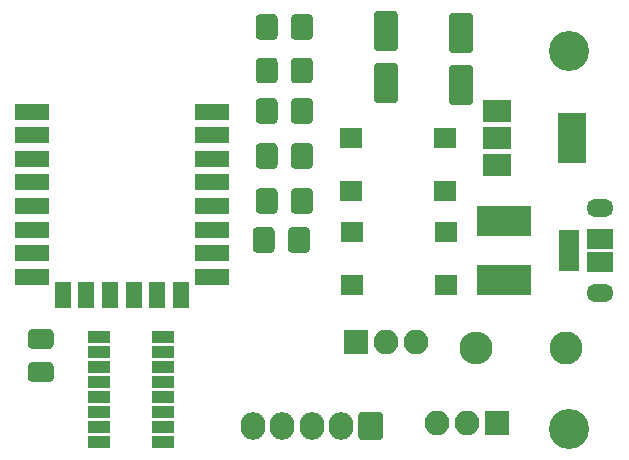
<source format=gbr>
G04 #@! TF.GenerationSoftware,KiCad,Pcbnew,5.1.2-f72e74a~84~ubuntu16.04.1*
G04 #@! TF.CreationDate,2019-06-09T21:55:35+02:00*
G04 #@! TF.ProjectId,CameraMotor,43616d65-7261-44d6-9f74-6f722e6b6963,rev?*
G04 #@! TF.SameCoordinates,Original*
G04 #@! TF.FileFunction,Soldermask,Top*
G04 #@! TF.FilePolarity,Negative*
%FSLAX46Y46*%
G04 Gerber Fmt 4.6, Leading zero omitted, Abs format (unit mm)*
G04 Created by KiCad (PCBNEW 5.1.2-f72e74a~84~ubuntu16.04.1) date 2019-06-09 21:55:35*
%MOMM*%
%LPD*%
G04 APERTURE LIST*
%ADD10R,1.900000X1.000000*%
%ADD11R,1.950000X1.700000*%
%ADD12O,2.100000X2.100000*%
%ADD13R,2.100000X2.100000*%
%ADD14C,3.400000*%
%ADD15R,2.900000X1.400000*%
%ADD16R,1.400000X2.200000*%
%ADD17C,0.100000*%
%ADD18C,2.100000*%
%ADD19O,2.100000X2.350000*%
%ADD20R,4.600000X2.600000*%
%ADD21O,2.300000X1.500000*%
%ADD22R,2.300000X1.800000*%
%ADD23R,1.780000X0.850000*%
%ADD24C,1.825000*%
%ADD25C,1.650000*%
%ADD26R,2.400000X4.200000*%
%ADD27R,2.400000X1.900000*%
%ADD28C,2.000000*%
%ADD29C,2.800000*%
%ADD30O,2.800000X2.800000*%
G04 APERTURE END LIST*
D10*
X137762000Y-121031000D03*
X137762000Y-122301000D03*
X137762000Y-123571000D03*
X137762000Y-124841000D03*
X137762000Y-126111000D03*
X137762000Y-127381000D03*
X137762000Y-128651000D03*
X137762000Y-129921000D03*
X143162000Y-129921000D03*
X143162000Y-128651000D03*
X143162000Y-127381000D03*
X143162000Y-126111000D03*
X143162000Y-124841000D03*
X143162000Y-123571000D03*
X143162000Y-122301000D03*
X143162000Y-121031000D03*
D11*
X167043000Y-108640000D03*
X167043000Y-104140000D03*
X159093000Y-104140000D03*
X159093000Y-108640000D03*
X159182000Y-116586000D03*
X159182000Y-112086000D03*
X167132000Y-112086000D03*
X167132000Y-116586000D03*
D12*
X166370000Y-128270000D03*
X168910000Y-128270000D03*
D13*
X171450000Y-128270000D03*
D14*
X177546000Y-128778000D03*
X177546000Y-96774000D03*
D15*
X132100000Y-101910000D03*
X132100000Y-103910000D03*
X132100000Y-105910000D03*
X132100000Y-107910000D03*
X132100000Y-109910000D03*
X132100000Y-111910000D03*
X132100000Y-113910000D03*
X132100000Y-115910000D03*
D16*
X134700000Y-117410000D03*
X136700000Y-117410000D03*
X138700000Y-117410000D03*
X140700000Y-117410000D03*
X142700000Y-117410000D03*
X144700000Y-117410000D03*
D15*
X147300000Y-115910000D03*
X147300000Y-113910000D03*
X147300000Y-111910000D03*
X147300000Y-109910000D03*
X147300000Y-107910000D03*
X147300000Y-105910000D03*
X147300000Y-103910000D03*
X147300000Y-101910000D03*
D17*
G36*
X161553447Y-127350487D02*
G01*
X161583425Y-127354934D01*
X161612824Y-127362298D01*
X161641358Y-127372508D01*
X161668755Y-127385465D01*
X161694750Y-127401046D01*
X161719092Y-127419100D01*
X161741548Y-127439452D01*
X161761900Y-127461908D01*
X161779954Y-127486250D01*
X161795535Y-127512245D01*
X161808492Y-127539642D01*
X161818702Y-127568176D01*
X161826066Y-127597575D01*
X161830513Y-127627553D01*
X161832000Y-127657823D01*
X161832000Y-129390177D01*
X161830513Y-129420447D01*
X161826066Y-129450425D01*
X161818702Y-129479824D01*
X161808492Y-129508358D01*
X161795535Y-129535755D01*
X161779954Y-129561750D01*
X161761900Y-129586092D01*
X161741548Y-129608548D01*
X161719092Y-129628900D01*
X161694750Y-129646954D01*
X161668755Y-129662535D01*
X161641358Y-129675492D01*
X161612824Y-129685702D01*
X161583425Y-129693066D01*
X161553447Y-129697513D01*
X161523177Y-129699000D01*
X160040823Y-129699000D01*
X160010553Y-129697513D01*
X159980575Y-129693066D01*
X159951176Y-129685702D01*
X159922642Y-129675492D01*
X159895245Y-129662535D01*
X159869250Y-129646954D01*
X159844908Y-129628900D01*
X159822452Y-129608548D01*
X159802100Y-129586092D01*
X159784046Y-129561750D01*
X159768465Y-129535755D01*
X159755508Y-129508358D01*
X159745298Y-129479824D01*
X159737934Y-129450425D01*
X159733487Y-129420447D01*
X159732000Y-129390177D01*
X159732000Y-127657823D01*
X159733487Y-127627553D01*
X159737934Y-127597575D01*
X159745298Y-127568176D01*
X159755508Y-127539642D01*
X159768465Y-127512245D01*
X159784046Y-127486250D01*
X159802100Y-127461908D01*
X159822452Y-127439452D01*
X159844908Y-127419100D01*
X159869250Y-127401046D01*
X159895245Y-127385465D01*
X159922642Y-127372508D01*
X159951176Y-127362298D01*
X159980575Y-127354934D01*
X160010553Y-127350487D01*
X160040823Y-127349000D01*
X161523177Y-127349000D01*
X161553447Y-127350487D01*
X161553447Y-127350487D01*
G37*
D18*
X160782000Y-128524000D03*
D19*
X158282000Y-128524000D03*
X155782000Y-128524000D03*
X153282000Y-128524000D03*
X150782000Y-128524000D03*
D20*
X172085000Y-111205000D03*
X172085000Y-116205000D03*
D21*
X180216000Y-117245000D03*
D22*
X180216000Y-112715000D03*
D21*
X180216000Y-110105000D03*
D23*
X177546000Y-112375000D03*
X177546000Y-113025000D03*
X177546000Y-113675000D03*
X177546000Y-114325000D03*
X177546000Y-114985000D03*
D22*
X180216000Y-114625000D03*
D13*
X159512000Y-121412000D03*
D12*
X162052000Y-121412000D03*
X164592000Y-121412000D03*
D17*
G36*
X152588707Y-108400542D02*
G01*
X152619787Y-108405152D01*
X152650266Y-108412787D01*
X152679850Y-108423372D01*
X152708254Y-108436806D01*
X152735204Y-108452959D01*
X152760442Y-108471677D01*
X152783723Y-108492777D01*
X152804823Y-108516058D01*
X152823541Y-108541296D01*
X152839694Y-108568246D01*
X152853128Y-108596650D01*
X152863713Y-108626234D01*
X152871348Y-108656713D01*
X152875958Y-108687793D01*
X152877500Y-108719176D01*
X152877500Y-110228824D01*
X152875958Y-110260207D01*
X152871348Y-110291287D01*
X152863713Y-110321766D01*
X152853128Y-110351350D01*
X152839694Y-110379754D01*
X152823541Y-110406704D01*
X152804823Y-110431942D01*
X152783723Y-110455223D01*
X152760442Y-110476323D01*
X152735204Y-110495041D01*
X152708254Y-110511194D01*
X152679850Y-110524628D01*
X152650266Y-110535213D01*
X152619787Y-110542848D01*
X152588707Y-110547458D01*
X152557324Y-110549000D01*
X151372676Y-110549000D01*
X151341293Y-110547458D01*
X151310213Y-110542848D01*
X151279734Y-110535213D01*
X151250150Y-110524628D01*
X151221746Y-110511194D01*
X151194796Y-110495041D01*
X151169558Y-110476323D01*
X151146277Y-110455223D01*
X151125177Y-110431942D01*
X151106459Y-110406704D01*
X151090306Y-110379754D01*
X151076872Y-110351350D01*
X151066287Y-110321766D01*
X151058652Y-110291287D01*
X151054042Y-110260207D01*
X151052500Y-110228824D01*
X151052500Y-108719176D01*
X151054042Y-108687793D01*
X151058652Y-108656713D01*
X151066287Y-108626234D01*
X151076872Y-108596650D01*
X151090306Y-108568246D01*
X151106459Y-108541296D01*
X151125177Y-108516058D01*
X151146277Y-108492777D01*
X151169558Y-108471677D01*
X151194796Y-108452959D01*
X151221746Y-108436806D01*
X151250150Y-108423372D01*
X151279734Y-108412787D01*
X151310213Y-108405152D01*
X151341293Y-108400542D01*
X151372676Y-108399000D01*
X152557324Y-108399000D01*
X152588707Y-108400542D01*
X152588707Y-108400542D01*
G37*
D24*
X151965000Y-109474000D03*
D17*
G36*
X155563707Y-108400542D02*
G01*
X155594787Y-108405152D01*
X155625266Y-108412787D01*
X155654850Y-108423372D01*
X155683254Y-108436806D01*
X155710204Y-108452959D01*
X155735442Y-108471677D01*
X155758723Y-108492777D01*
X155779823Y-108516058D01*
X155798541Y-108541296D01*
X155814694Y-108568246D01*
X155828128Y-108596650D01*
X155838713Y-108626234D01*
X155846348Y-108656713D01*
X155850958Y-108687793D01*
X155852500Y-108719176D01*
X155852500Y-110228824D01*
X155850958Y-110260207D01*
X155846348Y-110291287D01*
X155838713Y-110321766D01*
X155828128Y-110351350D01*
X155814694Y-110379754D01*
X155798541Y-110406704D01*
X155779823Y-110431942D01*
X155758723Y-110455223D01*
X155735442Y-110476323D01*
X155710204Y-110495041D01*
X155683254Y-110511194D01*
X155654850Y-110524628D01*
X155625266Y-110535213D01*
X155594787Y-110542848D01*
X155563707Y-110547458D01*
X155532324Y-110549000D01*
X154347676Y-110549000D01*
X154316293Y-110547458D01*
X154285213Y-110542848D01*
X154254734Y-110535213D01*
X154225150Y-110524628D01*
X154196746Y-110511194D01*
X154169796Y-110495041D01*
X154144558Y-110476323D01*
X154121277Y-110455223D01*
X154100177Y-110431942D01*
X154081459Y-110406704D01*
X154065306Y-110379754D01*
X154051872Y-110351350D01*
X154041287Y-110321766D01*
X154033652Y-110291287D01*
X154029042Y-110260207D01*
X154027500Y-110228824D01*
X154027500Y-108719176D01*
X154029042Y-108687793D01*
X154033652Y-108656713D01*
X154041287Y-108626234D01*
X154051872Y-108596650D01*
X154065306Y-108568246D01*
X154081459Y-108541296D01*
X154100177Y-108516058D01*
X154121277Y-108492777D01*
X154144558Y-108471677D01*
X154169796Y-108452959D01*
X154196746Y-108436806D01*
X154225150Y-108423372D01*
X154254734Y-108412787D01*
X154285213Y-108405152D01*
X154316293Y-108400542D01*
X154347676Y-108399000D01*
X155532324Y-108399000D01*
X155563707Y-108400542D01*
X155563707Y-108400542D01*
G37*
D24*
X154940000Y-109474000D03*
D17*
G36*
X155563707Y-104590542D02*
G01*
X155594787Y-104595152D01*
X155625266Y-104602787D01*
X155654850Y-104613372D01*
X155683254Y-104626806D01*
X155710204Y-104642959D01*
X155735442Y-104661677D01*
X155758723Y-104682777D01*
X155779823Y-104706058D01*
X155798541Y-104731296D01*
X155814694Y-104758246D01*
X155828128Y-104786650D01*
X155838713Y-104816234D01*
X155846348Y-104846713D01*
X155850958Y-104877793D01*
X155852500Y-104909176D01*
X155852500Y-106418824D01*
X155850958Y-106450207D01*
X155846348Y-106481287D01*
X155838713Y-106511766D01*
X155828128Y-106541350D01*
X155814694Y-106569754D01*
X155798541Y-106596704D01*
X155779823Y-106621942D01*
X155758723Y-106645223D01*
X155735442Y-106666323D01*
X155710204Y-106685041D01*
X155683254Y-106701194D01*
X155654850Y-106714628D01*
X155625266Y-106725213D01*
X155594787Y-106732848D01*
X155563707Y-106737458D01*
X155532324Y-106739000D01*
X154347676Y-106739000D01*
X154316293Y-106737458D01*
X154285213Y-106732848D01*
X154254734Y-106725213D01*
X154225150Y-106714628D01*
X154196746Y-106701194D01*
X154169796Y-106685041D01*
X154144558Y-106666323D01*
X154121277Y-106645223D01*
X154100177Y-106621942D01*
X154081459Y-106596704D01*
X154065306Y-106569754D01*
X154051872Y-106541350D01*
X154041287Y-106511766D01*
X154033652Y-106481287D01*
X154029042Y-106450207D01*
X154027500Y-106418824D01*
X154027500Y-104909176D01*
X154029042Y-104877793D01*
X154033652Y-104846713D01*
X154041287Y-104816234D01*
X154051872Y-104786650D01*
X154065306Y-104758246D01*
X154081459Y-104731296D01*
X154100177Y-104706058D01*
X154121277Y-104682777D01*
X154144558Y-104661677D01*
X154169796Y-104642959D01*
X154196746Y-104626806D01*
X154225150Y-104613372D01*
X154254734Y-104602787D01*
X154285213Y-104595152D01*
X154316293Y-104590542D01*
X154347676Y-104589000D01*
X155532324Y-104589000D01*
X155563707Y-104590542D01*
X155563707Y-104590542D01*
G37*
D24*
X154940000Y-105664000D03*
D17*
G36*
X152588707Y-104590542D02*
G01*
X152619787Y-104595152D01*
X152650266Y-104602787D01*
X152679850Y-104613372D01*
X152708254Y-104626806D01*
X152735204Y-104642959D01*
X152760442Y-104661677D01*
X152783723Y-104682777D01*
X152804823Y-104706058D01*
X152823541Y-104731296D01*
X152839694Y-104758246D01*
X152853128Y-104786650D01*
X152863713Y-104816234D01*
X152871348Y-104846713D01*
X152875958Y-104877793D01*
X152877500Y-104909176D01*
X152877500Y-106418824D01*
X152875958Y-106450207D01*
X152871348Y-106481287D01*
X152863713Y-106511766D01*
X152853128Y-106541350D01*
X152839694Y-106569754D01*
X152823541Y-106596704D01*
X152804823Y-106621942D01*
X152783723Y-106645223D01*
X152760442Y-106666323D01*
X152735204Y-106685041D01*
X152708254Y-106701194D01*
X152679850Y-106714628D01*
X152650266Y-106725213D01*
X152619787Y-106732848D01*
X152588707Y-106737458D01*
X152557324Y-106739000D01*
X151372676Y-106739000D01*
X151341293Y-106737458D01*
X151310213Y-106732848D01*
X151279734Y-106725213D01*
X151250150Y-106714628D01*
X151221746Y-106701194D01*
X151194796Y-106685041D01*
X151169558Y-106666323D01*
X151146277Y-106645223D01*
X151125177Y-106621942D01*
X151106459Y-106596704D01*
X151090306Y-106569754D01*
X151076872Y-106541350D01*
X151066287Y-106511766D01*
X151058652Y-106481287D01*
X151054042Y-106450207D01*
X151052500Y-106418824D01*
X151052500Y-104909176D01*
X151054042Y-104877793D01*
X151058652Y-104846713D01*
X151066287Y-104816234D01*
X151076872Y-104786650D01*
X151090306Y-104758246D01*
X151106459Y-104731296D01*
X151125177Y-104706058D01*
X151146277Y-104682777D01*
X151169558Y-104661677D01*
X151194796Y-104642959D01*
X151221746Y-104626806D01*
X151250150Y-104613372D01*
X151279734Y-104602787D01*
X151310213Y-104595152D01*
X151341293Y-104590542D01*
X151372676Y-104589000D01*
X152557324Y-104589000D01*
X152588707Y-104590542D01*
X152588707Y-104590542D01*
G37*
D24*
X151965000Y-105664000D03*
D17*
G36*
X152588707Y-100780542D02*
G01*
X152619787Y-100785152D01*
X152650266Y-100792787D01*
X152679850Y-100803372D01*
X152708254Y-100816806D01*
X152735204Y-100832959D01*
X152760442Y-100851677D01*
X152783723Y-100872777D01*
X152804823Y-100896058D01*
X152823541Y-100921296D01*
X152839694Y-100948246D01*
X152853128Y-100976650D01*
X152863713Y-101006234D01*
X152871348Y-101036713D01*
X152875958Y-101067793D01*
X152877500Y-101099176D01*
X152877500Y-102608824D01*
X152875958Y-102640207D01*
X152871348Y-102671287D01*
X152863713Y-102701766D01*
X152853128Y-102731350D01*
X152839694Y-102759754D01*
X152823541Y-102786704D01*
X152804823Y-102811942D01*
X152783723Y-102835223D01*
X152760442Y-102856323D01*
X152735204Y-102875041D01*
X152708254Y-102891194D01*
X152679850Y-102904628D01*
X152650266Y-102915213D01*
X152619787Y-102922848D01*
X152588707Y-102927458D01*
X152557324Y-102929000D01*
X151372676Y-102929000D01*
X151341293Y-102927458D01*
X151310213Y-102922848D01*
X151279734Y-102915213D01*
X151250150Y-102904628D01*
X151221746Y-102891194D01*
X151194796Y-102875041D01*
X151169558Y-102856323D01*
X151146277Y-102835223D01*
X151125177Y-102811942D01*
X151106459Y-102786704D01*
X151090306Y-102759754D01*
X151076872Y-102731350D01*
X151066287Y-102701766D01*
X151058652Y-102671287D01*
X151054042Y-102640207D01*
X151052500Y-102608824D01*
X151052500Y-101099176D01*
X151054042Y-101067793D01*
X151058652Y-101036713D01*
X151066287Y-101006234D01*
X151076872Y-100976650D01*
X151090306Y-100948246D01*
X151106459Y-100921296D01*
X151125177Y-100896058D01*
X151146277Y-100872777D01*
X151169558Y-100851677D01*
X151194796Y-100832959D01*
X151221746Y-100816806D01*
X151250150Y-100803372D01*
X151279734Y-100792787D01*
X151310213Y-100785152D01*
X151341293Y-100780542D01*
X151372676Y-100779000D01*
X152557324Y-100779000D01*
X152588707Y-100780542D01*
X152588707Y-100780542D01*
G37*
D24*
X151965000Y-101854000D03*
D17*
G36*
X155563707Y-100780542D02*
G01*
X155594787Y-100785152D01*
X155625266Y-100792787D01*
X155654850Y-100803372D01*
X155683254Y-100816806D01*
X155710204Y-100832959D01*
X155735442Y-100851677D01*
X155758723Y-100872777D01*
X155779823Y-100896058D01*
X155798541Y-100921296D01*
X155814694Y-100948246D01*
X155828128Y-100976650D01*
X155838713Y-101006234D01*
X155846348Y-101036713D01*
X155850958Y-101067793D01*
X155852500Y-101099176D01*
X155852500Y-102608824D01*
X155850958Y-102640207D01*
X155846348Y-102671287D01*
X155838713Y-102701766D01*
X155828128Y-102731350D01*
X155814694Y-102759754D01*
X155798541Y-102786704D01*
X155779823Y-102811942D01*
X155758723Y-102835223D01*
X155735442Y-102856323D01*
X155710204Y-102875041D01*
X155683254Y-102891194D01*
X155654850Y-102904628D01*
X155625266Y-102915213D01*
X155594787Y-102922848D01*
X155563707Y-102927458D01*
X155532324Y-102929000D01*
X154347676Y-102929000D01*
X154316293Y-102927458D01*
X154285213Y-102922848D01*
X154254734Y-102915213D01*
X154225150Y-102904628D01*
X154196746Y-102891194D01*
X154169796Y-102875041D01*
X154144558Y-102856323D01*
X154121277Y-102835223D01*
X154100177Y-102811942D01*
X154081459Y-102786704D01*
X154065306Y-102759754D01*
X154051872Y-102731350D01*
X154041287Y-102701766D01*
X154033652Y-102671287D01*
X154029042Y-102640207D01*
X154027500Y-102608824D01*
X154027500Y-101099176D01*
X154029042Y-101067793D01*
X154033652Y-101036713D01*
X154041287Y-101006234D01*
X154051872Y-100976650D01*
X154065306Y-100948246D01*
X154081459Y-100921296D01*
X154100177Y-100896058D01*
X154121277Y-100872777D01*
X154144558Y-100851677D01*
X154169796Y-100832959D01*
X154196746Y-100816806D01*
X154225150Y-100803372D01*
X154254734Y-100792787D01*
X154285213Y-100785152D01*
X154316293Y-100780542D01*
X154347676Y-100779000D01*
X155532324Y-100779000D01*
X155563707Y-100780542D01*
X155563707Y-100780542D01*
G37*
D24*
X154940000Y-101854000D03*
D17*
G36*
X155563707Y-93668542D02*
G01*
X155594787Y-93673152D01*
X155625266Y-93680787D01*
X155654850Y-93691372D01*
X155683254Y-93704806D01*
X155710204Y-93720959D01*
X155735442Y-93739677D01*
X155758723Y-93760777D01*
X155779823Y-93784058D01*
X155798541Y-93809296D01*
X155814694Y-93836246D01*
X155828128Y-93864650D01*
X155838713Y-93894234D01*
X155846348Y-93924713D01*
X155850958Y-93955793D01*
X155852500Y-93987176D01*
X155852500Y-95496824D01*
X155850958Y-95528207D01*
X155846348Y-95559287D01*
X155838713Y-95589766D01*
X155828128Y-95619350D01*
X155814694Y-95647754D01*
X155798541Y-95674704D01*
X155779823Y-95699942D01*
X155758723Y-95723223D01*
X155735442Y-95744323D01*
X155710204Y-95763041D01*
X155683254Y-95779194D01*
X155654850Y-95792628D01*
X155625266Y-95803213D01*
X155594787Y-95810848D01*
X155563707Y-95815458D01*
X155532324Y-95817000D01*
X154347676Y-95817000D01*
X154316293Y-95815458D01*
X154285213Y-95810848D01*
X154254734Y-95803213D01*
X154225150Y-95792628D01*
X154196746Y-95779194D01*
X154169796Y-95763041D01*
X154144558Y-95744323D01*
X154121277Y-95723223D01*
X154100177Y-95699942D01*
X154081459Y-95674704D01*
X154065306Y-95647754D01*
X154051872Y-95619350D01*
X154041287Y-95589766D01*
X154033652Y-95559287D01*
X154029042Y-95528207D01*
X154027500Y-95496824D01*
X154027500Y-93987176D01*
X154029042Y-93955793D01*
X154033652Y-93924713D01*
X154041287Y-93894234D01*
X154051872Y-93864650D01*
X154065306Y-93836246D01*
X154081459Y-93809296D01*
X154100177Y-93784058D01*
X154121277Y-93760777D01*
X154144558Y-93739677D01*
X154169796Y-93720959D01*
X154196746Y-93704806D01*
X154225150Y-93691372D01*
X154254734Y-93680787D01*
X154285213Y-93673152D01*
X154316293Y-93668542D01*
X154347676Y-93667000D01*
X155532324Y-93667000D01*
X155563707Y-93668542D01*
X155563707Y-93668542D01*
G37*
D24*
X154940000Y-94742000D03*
D17*
G36*
X152588707Y-93668542D02*
G01*
X152619787Y-93673152D01*
X152650266Y-93680787D01*
X152679850Y-93691372D01*
X152708254Y-93704806D01*
X152735204Y-93720959D01*
X152760442Y-93739677D01*
X152783723Y-93760777D01*
X152804823Y-93784058D01*
X152823541Y-93809296D01*
X152839694Y-93836246D01*
X152853128Y-93864650D01*
X152863713Y-93894234D01*
X152871348Y-93924713D01*
X152875958Y-93955793D01*
X152877500Y-93987176D01*
X152877500Y-95496824D01*
X152875958Y-95528207D01*
X152871348Y-95559287D01*
X152863713Y-95589766D01*
X152853128Y-95619350D01*
X152839694Y-95647754D01*
X152823541Y-95674704D01*
X152804823Y-95699942D01*
X152783723Y-95723223D01*
X152760442Y-95744323D01*
X152735204Y-95763041D01*
X152708254Y-95779194D01*
X152679850Y-95792628D01*
X152650266Y-95803213D01*
X152619787Y-95810848D01*
X152588707Y-95815458D01*
X152557324Y-95817000D01*
X151372676Y-95817000D01*
X151341293Y-95815458D01*
X151310213Y-95810848D01*
X151279734Y-95803213D01*
X151250150Y-95792628D01*
X151221746Y-95779194D01*
X151194796Y-95763041D01*
X151169558Y-95744323D01*
X151146277Y-95723223D01*
X151125177Y-95699942D01*
X151106459Y-95674704D01*
X151090306Y-95647754D01*
X151076872Y-95619350D01*
X151066287Y-95589766D01*
X151058652Y-95559287D01*
X151054042Y-95528207D01*
X151052500Y-95496824D01*
X151052500Y-93987176D01*
X151054042Y-93955793D01*
X151058652Y-93924713D01*
X151066287Y-93894234D01*
X151076872Y-93864650D01*
X151090306Y-93836246D01*
X151106459Y-93809296D01*
X151125177Y-93784058D01*
X151146277Y-93760777D01*
X151169558Y-93739677D01*
X151194796Y-93720959D01*
X151221746Y-93704806D01*
X151250150Y-93691372D01*
X151279734Y-93680787D01*
X151310213Y-93673152D01*
X151341293Y-93668542D01*
X151372676Y-93667000D01*
X152557324Y-93667000D01*
X152588707Y-93668542D01*
X152588707Y-93668542D01*
G37*
D24*
X151965000Y-94742000D03*
D17*
G36*
X152588707Y-97351542D02*
G01*
X152619787Y-97356152D01*
X152650266Y-97363787D01*
X152679850Y-97374372D01*
X152708254Y-97387806D01*
X152735204Y-97403959D01*
X152760442Y-97422677D01*
X152783723Y-97443777D01*
X152804823Y-97467058D01*
X152823541Y-97492296D01*
X152839694Y-97519246D01*
X152853128Y-97547650D01*
X152863713Y-97577234D01*
X152871348Y-97607713D01*
X152875958Y-97638793D01*
X152877500Y-97670176D01*
X152877500Y-99179824D01*
X152875958Y-99211207D01*
X152871348Y-99242287D01*
X152863713Y-99272766D01*
X152853128Y-99302350D01*
X152839694Y-99330754D01*
X152823541Y-99357704D01*
X152804823Y-99382942D01*
X152783723Y-99406223D01*
X152760442Y-99427323D01*
X152735204Y-99446041D01*
X152708254Y-99462194D01*
X152679850Y-99475628D01*
X152650266Y-99486213D01*
X152619787Y-99493848D01*
X152588707Y-99498458D01*
X152557324Y-99500000D01*
X151372676Y-99500000D01*
X151341293Y-99498458D01*
X151310213Y-99493848D01*
X151279734Y-99486213D01*
X151250150Y-99475628D01*
X151221746Y-99462194D01*
X151194796Y-99446041D01*
X151169558Y-99427323D01*
X151146277Y-99406223D01*
X151125177Y-99382942D01*
X151106459Y-99357704D01*
X151090306Y-99330754D01*
X151076872Y-99302350D01*
X151066287Y-99272766D01*
X151058652Y-99242287D01*
X151054042Y-99211207D01*
X151052500Y-99179824D01*
X151052500Y-97670176D01*
X151054042Y-97638793D01*
X151058652Y-97607713D01*
X151066287Y-97577234D01*
X151076872Y-97547650D01*
X151090306Y-97519246D01*
X151106459Y-97492296D01*
X151125177Y-97467058D01*
X151146277Y-97443777D01*
X151169558Y-97422677D01*
X151194796Y-97403959D01*
X151221746Y-97387806D01*
X151250150Y-97374372D01*
X151279734Y-97363787D01*
X151310213Y-97356152D01*
X151341293Y-97351542D01*
X151372676Y-97350000D01*
X152557324Y-97350000D01*
X152588707Y-97351542D01*
X152588707Y-97351542D01*
G37*
D24*
X151965000Y-98425000D03*
D17*
G36*
X155563707Y-97351542D02*
G01*
X155594787Y-97356152D01*
X155625266Y-97363787D01*
X155654850Y-97374372D01*
X155683254Y-97387806D01*
X155710204Y-97403959D01*
X155735442Y-97422677D01*
X155758723Y-97443777D01*
X155779823Y-97467058D01*
X155798541Y-97492296D01*
X155814694Y-97519246D01*
X155828128Y-97547650D01*
X155838713Y-97577234D01*
X155846348Y-97607713D01*
X155850958Y-97638793D01*
X155852500Y-97670176D01*
X155852500Y-99179824D01*
X155850958Y-99211207D01*
X155846348Y-99242287D01*
X155838713Y-99272766D01*
X155828128Y-99302350D01*
X155814694Y-99330754D01*
X155798541Y-99357704D01*
X155779823Y-99382942D01*
X155758723Y-99406223D01*
X155735442Y-99427323D01*
X155710204Y-99446041D01*
X155683254Y-99462194D01*
X155654850Y-99475628D01*
X155625266Y-99486213D01*
X155594787Y-99493848D01*
X155563707Y-99498458D01*
X155532324Y-99500000D01*
X154347676Y-99500000D01*
X154316293Y-99498458D01*
X154285213Y-99493848D01*
X154254734Y-99486213D01*
X154225150Y-99475628D01*
X154196746Y-99462194D01*
X154169796Y-99446041D01*
X154144558Y-99427323D01*
X154121277Y-99406223D01*
X154100177Y-99382942D01*
X154081459Y-99357704D01*
X154065306Y-99330754D01*
X154051872Y-99302350D01*
X154041287Y-99272766D01*
X154033652Y-99242287D01*
X154029042Y-99211207D01*
X154027500Y-99179824D01*
X154027500Y-97670176D01*
X154029042Y-97638793D01*
X154033652Y-97607713D01*
X154041287Y-97577234D01*
X154051872Y-97547650D01*
X154065306Y-97519246D01*
X154081459Y-97492296D01*
X154100177Y-97467058D01*
X154121277Y-97443777D01*
X154144558Y-97422677D01*
X154169796Y-97403959D01*
X154196746Y-97387806D01*
X154225150Y-97374372D01*
X154254734Y-97363787D01*
X154285213Y-97356152D01*
X154316293Y-97351542D01*
X154347676Y-97350000D01*
X155532324Y-97350000D01*
X155563707Y-97351542D01*
X155563707Y-97351542D01*
G37*
D24*
X154940000Y-98425000D03*
D17*
G36*
X152334707Y-111702542D02*
G01*
X152365787Y-111707152D01*
X152396266Y-111714787D01*
X152425850Y-111725372D01*
X152454254Y-111738806D01*
X152481204Y-111754959D01*
X152506442Y-111773677D01*
X152529723Y-111794777D01*
X152550823Y-111818058D01*
X152569541Y-111843296D01*
X152585694Y-111870246D01*
X152599128Y-111898650D01*
X152609713Y-111928234D01*
X152617348Y-111958713D01*
X152621958Y-111989793D01*
X152623500Y-112021176D01*
X152623500Y-113530824D01*
X152621958Y-113562207D01*
X152617348Y-113593287D01*
X152609713Y-113623766D01*
X152599128Y-113653350D01*
X152585694Y-113681754D01*
X152569541Y-113708704D01*
X152550823Y-113733942D01*
X152529723Y-113757223D01*
X152506442Y-113778323D01*
X152481204Y-113797041D01*
X152454254Y-113813194D01*
X152425850Y-113826628D01*
X152396266Y-113837213D01*
X152365787Y-113844848D01*
X152334707Y-113849458D01*
X152303324Y-113851000D01*
X151118676Y-113851000D01*
X151087293Y-113849458D01*
X151056213Y-113844848D01*
X151025734Y-113837213D01*
X150996150Y-113826628D01*
X150967746Y-113813194D01*
X150940796Y-113797041D01*
X150915558Y-113778323D01*
X150892277Y-113757223D01*
X150871177Y-113733942D01*
X150852459Y-113708704D01*
X150836306Y-113681754D01*
X150822872Y-113653350D01*
X150812287Y-113623766D01*
X150804652Y-113593287D01*
X150800042Y-113562207D01*
X150798500Y-113530824D01*
X150798500Y-112021176D01*
X150800042Y-111989793D01*
X150804652Y-111958713D01*
X150812287Y-111928234D01*
X150822872Y-111898650D01*
X150836306Y-111870246D01*
X150852459Y-111843296D01*
X150871177Y-111818058D01*
X150892277Y-111794777D01*
X150915558Y-111773677D01*
X150940796Y-111754959D01*
X150967746Y-111738806D01*
X150996150Y-111725372D01*
X151025734Y-111714787D01*
X151056213Y-111707152D01*
X151087293Y-111702542D01*
X151118676Y-111701000D01*
X152303324Y-111701000D01*
X152334707Y-111702542D01*
X152334707Y-111702542D01*
G37*
D24*
X151711000Y-112776000D03*
D17*
G36*
X155309707Y-111702542D02*
G01*
X155340787Y-111707152D01*
X155371266Y-111714787D01*
X155400850Y-111725372D01*
X155429254Y-111738806D01*
X155456204Y-111754959D01*
X155481442Y-111773677D01*
X155504723Y-111794777D01*
X155525823Y-111818058D01*
X155544541Y-111843296D01*
X155560694Y-111870246D01*
X155574128Y-111898650D01*
X155584713Y-111928234D01*
X155592348Y-111958713D01*
X155596958Y-111989793D01*
X155598500Y-112021176D01*
X155598500Y-113530824D01*
X155596958Y-113562207D01*
X155592348Y-113593287D01*
X155584713Y-113623766D01*
X155574128Y-113653350D01*
X155560694Y-113681754D01*
X155544541Y-113708704D01*
X155525823Y-113733942D01*
X155504723Y-113757223D01*
X155481442Y-113778323D01*
X155456204Y-113797041D01*
X155429254Y-113813194D01*
X155400850Y-113826628D01*
X155371266Y-113837213D01*
X155340787Y-113844848D01*
X155309707Y-113849458D01*
X155278324Y-113851000D01*
X154093676Y-113851000D01*
X154062293Y-113849458D01*
X154031213Y-113844848D01*
X154000734Y-113837213D01*
X153971150Y-113826628D01*
X153942746Y-113813194D01*
X153915796Y-113797041D01*
X153890558Y-113778323D01*
X153867277Y-113757223D01*
X153846177Y-113733942D01*
X153827459Y-113708704D01*
X153811306Y-113681754D01*
X153797872Y-113653350D01*
X153787287Y-113623766D01*
X153779652Y-113593287D01*
X153775042Y-113562207D01*
X153773500Y-113530824D01*
X153773500Y-112021176D01*
X153775042Y-111989793D01*
X153779652Y-111958713D01*
X153787287Y-111928234D01*
X153797872Y-111898650D01*
X153811306Y-111870246D01*
X153827459Y-111843296D01*
X153846177Y-111818058D01*
X153867277Y-111794777D01*
X153890558Y-111773677D01*
X153915796Y-111754959D01*
X153942746Y-111738806D01*
X153971150Y-111725372D01*
X154000734Y-111714787D01*
X154031213Y-111707152D01*
X154062293Y-111702542D01*
X154093676Y-111701000D01*
X155278324Y-111701000D01*
X155309707Y-111702542D01*
X155309707Y-111702542D01*
G37*
D24*
X154686000Y-112776000D03*
D17*
G36*
X133619346Y-120328589D02*
G01*
X133651380Y-120333341D01*
X133682794Y-120341210D01*
X133713286Y-120352120D01*
X133742561Y-120365966D01*
X133770338Y-120382615D01*
X133796350Y-120401907D01*
X133820345Y-120423655D01*
X133842093Y-120447650D01*
X133861385Y-120473662D01*
X133878034Y-120501439D01*
X133891880Y-120530714D01*
X133902790Y-120561206D01*
X133910659Y-120592620D01*
X133915411Y-120624654D01*
X133917000Y-120657000D01*
X133917000Y-121647000D01*
X133915411Y-121679346D01*
X133910659Y-121711380D01*
X133902790Y-121742794D01*
X133891880Y-121773286D01*
X133878034Y-121802561D01*
X133861385Y-121830338D01*
X133842093Y-121856350D01*
X133820345Y-121880345D01*
X133796350Y-121902093D01*
X133770338Y-121921385D01*
X133742561Y-121938034D01*
X133713286Y-121951880D01*
X133682794Y-121962790D01*
X133651380Y-121970659D01*
X133619346Y-121975411D01*
X133587000Y-121977000D01*
X132097000Y-121977000D01*
X132064654Y-121975411D01*
X132032620Y-121970659D01*
X132001206Y-121962790D01*
X131970714Y-121951880D01*
X131941439Y-121938034D01*
X131913662Y-121921385D01*
X131887650Y-121902093D01*
X131863655Y-121880345D01*
X131841907Y-121856350D01*
X131822615Y-121830338D01*
X131805966Y-121802561D01*
X131792120Y-121773286D01*
X131781210Y-121742794D01*
X131773341Y-121711380D01*
X131768589Y-121679346D01*
X131767000Y-121647000D01*
X131767000Y-120657000D01*
X131768589Y-120624654D01*
X131773341Y-120592620D01*
X131781210Y-120561206D01*
X131792120Y-120530714D01*
X131805966Y-120501439D01*
X131822615Y-120473662D01*
X131841907Y-120447650D01*
X131863655Y-120423655D01*
X131887650Y-120401907D01*
X131913662Y-120382615D01*
X131941439Y-120365966D01*
X131970714Y-120352120D01*
X132001206Y-120341210D01*
X132032620Y-120333341D01*
X132064654Y-120328589D01*
X132097000Y-120327000D01*
X133587000Y-120327000D01*
X133619346Y-120328589D01*
X133619346Y-120328589D01*
G37*
D25*
X132842000Y-121152000D03*
D17*
G36*
X133619346Y-123128589D02*
G01*
X133651380Y-123133341D01*
X133682794Y-123141210D01*
X133713286Y-123152120D01*
X133742561Y-123165966D01*
X133770338Y-123182615D01*
X133796350Y-123201907D01*
X133820345Y-123223655D01*
X133842093Y-123247650D01*
X133861385Y-123273662D01*
X133878034Y-123301439D01*
X133891880Y-123330714D01*
X133902790Y-123361206D01*
X133910659Y-123392620D01*
X133915411Y-123424654D01*
X133917000Y-123457000D01*
X133917000Y-124447000D01*
X133915411Y-124479346D01*
X133910659Y-124511380D01*
X133902790Y-124542794D01*
X133891880Y-124573286D01*
X133878034Y-124602561D01*
X133861385Y-124630338D01*
X133842093Y-124656350D01*
X133820345Y-124680345D01*
X133796350Y-124702093D01*
X133770338Y-124721385D01*
X133742561Y-124738034D01*
X133713286Y-124751880D01*
X133682794Y-124762790D01*
X133651380Y-124770659D01*
X133619346Y-124775411D01*
X133587000Y-124777000D01*
X132097000Y-124777000D01*
X132064654Y-124775411D01*
X132032620Y-124770659D01*
X132001206Y-124762790D01*
X131970714Y-124751880D01*
X131941439Y-124738034D01*
X131913662Y-124721385D01*
X131887650Y-124702093D01*
X131863655Y-124680345D01*
X131841907Y-124656350D01*
X131822615Y-124630338D01*
X131805966Y-124602561D01*
X131792120Y-124573286D01*
X131781210Y-124542794D01*
X131773341Y-124511380D01*
X131768589Y-124479346D01*
X131767000Y-124447000D01*
X131767000Y-123457000D01*
X131768589Y-123424654D01*
X131773341Y-123392620D01*
X131781210Y-123361206D01*
X131792120Y-123330714D01*
X131805966Y-123301439D01*
X131822615Y-123273662D01*
X131841907Y-123247650D01*
X131863655Y-123223655D01*
X131887650Y-123201907D01*
X131913662Y-123182615D01*
X131941439Y-123165966D01*
X131970714Y-123152120D01*
X132001206Y-123141210D01*
X132032620Y-123133341D01*
X132064654Y-123128589D01*
X132097000Y-123127000D01*
X133587000Y-123127000D01*
X133619346Y-123128589D01*
X133619346Y-123128589D01*
G37*
D25*
X132842000Y-123952000D03*
D26*
X177800000Y-104140000D03*
D27*
X171500000Y-104140000D03*
X171500000Y-106440000D03*
X171500000Y-101840000D03*
D17*
G36*
X162770130Y-93383505D02*
G01*
X162800466Y-93388005D01*
X162830214Y-93395456D01*
X162859089Y-93405788D01*
X162886811Y-93418900D01*
X162913116Y-93434666D01*
X162937748Y-93452934D01*
X162960471Y-93473529D01*
X162981066Y-93496252D01*
X162999334Y-93520884D01*
X163015100Y-93547189D01*
X163028212Y-93574911D01*
X163038544Y-93603786D01*
X163045995Y-93633534D01*
X163050495Y-93663870D01*
X163052000Y-93694500D01*
X163052000Y-96469500D01*
X163050495Y-96500130D01*
X163045995Y-96530466D01*
X163038544Y-96560214D01*
X163028212Y-96589089D01*
X163015100Y-96616811D01*
X162999334Y-96643116D01*
X162981066Y-96667748D01*
X162960471Y-96690471D01*
X162937748Y-96711066D01*
X162913116Y-96729334D01*
X162886811Y-96745100D01*
X162859089Y-96758212D01*
X162830214Y-96768544D01*
X162800466Y-96775995D01*
X162770130Y-96780495D01*
X162739500Y-96782000D01*
X161364500Y-96782000D01*
X161333870Y-96780495D01*
X161303534Y-96775995D01*
X161273786Y-96768544D01*
X161244911Y-96758212D01*
X161217189Y-96745100D01*
X161190884Y-96729334D01*
X161166252Y-96711066D01*
X161143529Y-96690471D01*
X161122934Y-96667748D01*
X161104666Y-96643116D01*
X161088900Y-96616811D01*
X161075788Y-96589089D01*
X161065456Y-96560214D01*
X161058005Y-96530466D01*
X161053505Y-96500130D01*
X161052000Y-96469500D01*
X161052000Y-93694500D01*
X161053505Y-93663870D01*
X161058005Y-93633534D01*
X161065456Y-93603786D01*
X161075788Y-93574911D01*
X161088900Y-93547189D01*
X161104666Y-93520884D01*
X161122934Y-93496252D01*
X161143529Y-93473529D01*
X161166252Y-93452934D01*
X161190884Y-93434666D01*
X161217189Y-93418900D01*
X161244911Y-93405788D01*
X161273786Y-93395456D01*
X161303534Y-93388005D01*
X161333870Y-93383505D01*
X161364500Y-93382000D01*
X162739500Y-93382000D01*
X162770130Y-93383505D01*
X162770130Y-93383505D01*
G37*
D28*
X162052000Y-95082000D03*
D17*
G36*
X162770130Y-97783505D02*
G01*
X162800466Y-97788005D01*
X162830214Y-97795456D01*
X162859089Y-97805788D01*
X162886811Y-97818900D01*
X162913116Y-97834666D01*
X162937748Y-97852934D01*
X162960471Y-97873529D01*
X162981066Y-97896252D01*
X162999334Y-97920884D01*
X163015100Y-97947189D01*
X163028212Y-97974911D01*
X163038544Y-98003786D01*
X163045995Y-98033534D01*
X163050495Y-98063870D01*
X163052000Y-98094500D01*
X163052000Y-100869500D01*
X163050495Y-100900130D01*
X163045995Y-100930466D01*
X163038544Y-100960214D01*
X163028212Y-100989089D01*
X163015100Y-101016811D01*
X162999334Y-101043116D01*
X162981066Y-101067748D01*
X162960471Y-101090471D01*
X162937748Y-101111066D01*
X162913116Y-101129334D01*
X162886811Y-101145100D01*
X162859089Y-101158212D01*
X162830214Y-101168544D01*
X162800466Y-101175995D01*
X162770130Y-101180495D01*
X162739500Y-101182000D01*
X161364500Y-101182000D01*
X161333870Y-101180495D01*
X161303534Y-101175995D01*
X161273786Y-101168544D01*
X161244911Y-101158212D01*
X161217189Y-101145100D01*
X161190884Y-101129334D01*
X161166252Y-101111066D01*
X161143529Y-101090471D01*
X161122934Y-101067748D01*
X161104666Y-101043116D01*
X161088900Y-101016811D01*
X161075788Y-100989089D01*
X161065456Y-100960214D01*
X161058005Y-100930466D01*
X161053505Y-100900130D01*
X161052000Y-100869500D01*
X161052000Y-98094500D01*
X161053505Y-98063870D01*
X161058005Y-98033534D01*
X161065456Y-98003786D01*
X161075788Y-97974911D01*
X161088900Y-97947189D01*
X161104666Y-97920884D01*
X161122934Y-97896252D01*
X161143529Y-97873529D01*
X161166252Y-97852934D01*
X161190884Y-97834666D01*
X161217189Y-97818900D01*
X161244911Y-97805788D01*
X161273786Y-97795456D01*
X161303534Y-97788005D01*
X161333870Y-97783505D01*
X161364500Y-97782000D01*
X162739500Y-97782000D01*
X162770130Y-97783505D01*
X162770130Y-97783505D01*
G37*
D28*
X162052000Y-99482000D03*
D17*
G36*
X169120130Y-97951505D02*
G01*
X169150466Y-97956005D01*
X169180214Y-97963456D01*
X169209089Y-97973788D01*
X169236811Y-97986900D01*
X169263116Y-98002666D01*
X169287748Y-98020934D01*
X169310471Y-98041529D01*
X169331066Y-98064252D01*
X169349334Y-98088884D01*
X169365100Y-98115189D01*
X169378212Y-98142911D01*
X169388544Y-98171786D01*
X169395995Y-98201534D01*
X169400495Y-98231870D01*
X169402000Y-98262500D01*
X169402000Y-101037500D01*
X169400495Y-101068130D01*
X169395995Y-101098466D01*
X169388544Y-101128214D01*
X169378212Y-101157089D01*
X169365100Y-101184811D01*
X169349334Y-101211116D01*
X169331066Y-101235748D01*
X169310471Y-101258471D01*
X169287748Y-101279066D01*
X169263116Y-101297334D01*
X169236811Y-101313100D01*
X169209089Y-101326212D01*
X169180214Y-101336544D01*
X169150466Y-101343995D01*
X169120130Y-101348495D01*
X169089500Y-101350000D01*
X167714500Y-101350000D01*
X167683870Y-101348495D01*
X167653534Y-101343995D01*
X167623786Y-101336544D01*
X167594911Y-101326212D01*
X167567189Y-101313100D01*
X167540884Y-101297334D01*
X167516252Y-101279066D01*
X167493529Y-101258471D01*
X167472934Y-101235748D01*
X167454666Y-101211116D01*
X167438900Y-101184811D01*
X167425788Y-101157089D01*
X167415456Y-101128214D01*
X167408005Y-101098466D01*
X167403505Y-101068130D01*
X167402000Y-101037500D01*
X167402000Y-98262500D01*
X167403505Y-98231870D01*
X167408005Y-98201534D01*
X167415456Y-98171786D01*
X167425788Y-98142911D01*
X167438900Y-98115189D01*
X167454666Y-98088884D01*
X167472934Y-98064252D01*
X167493529Y-98041529D01*
X167516252Y-98020934D01*
X167540884Y-98002666D01*
X167567189Y-97986900D01*
X167594911Y-97973788D01*
X167623786Y-97963456D01*
X167653534Y-97956005D01*
X167683870Y-97951505D01*
X167714500Y-97950000D01*
X169089500Y-97950000D01*
X169120130Y-97951505D01*
X169120130Y-97951505D01*
G37*
D28*
X168402000Y-99650000D03*
D17*
G36*
X169120130Y-93551505D02*
G01*
X169150466Y-93556005D01*
X169180214Y-93563456D01*
X169209089Y-93573788D01*
X169236811Y-93586900D01*
X169263116Y-93602666D01*
X169287748Y-93620934D01*
X169310471Y-93641529D01*
X169331066Y-93664252D01*
X169349334Y-93688884D01*
X169365100Y-93715189D01*
X169378212Y-93742911D01*
X169388544Y-93771786D01*
X169395995Y-93801534D01*
X169400495Y-93831870D01*
X169402000Y-93862500D01*
X169402000Y-96637500D01*
X169400495Y-96668130D01*
X169395995Y-96698466D01*
X169388544Y-96728214D01*
X169378212Y-96757089D01*
X169365100Y-96784811D01*
X169349334Y-96811116D01*
X169331066Y-96835748D01*
X169310471Y-96858471D01*
X169287748Y-96879066D01*
X169263116Y-96897334D01*
X169236811Y-96913100D01*
X169209089Y-96926212D01*
X169180214Y-96936544D01*
X169150466Y-96943995D01*
X169120130Y-96948495D01*
X169089500Y-96950000D01*
X167714500Y-96950000D01*
X167683870Y-96948495D01*
X167653534Y-96943995D01*
X167623786Y-96936544D01*
X167594911Y-96926212D01*
X167567189Y-96913100D01*
X167540884Y-96897334D01*
X167516252Y-96879066D01*
X167493529Y-96858471D01*
X167472934Y-96835748D01*
X167454666Y-96811116D01*
X167438900Y-96784811D01*
X167425788Y-96757089D01*
X167415456Y-96728214D01*
X167408005Y-96698466D01*
X167403505Y-96668130D01*
X167402000Y-96637500D01*
X167402000Y-93862500D01*
X167403505Y-93831870D01*
X167408005Y-93801534D01*
X167415456Y-93771786D01*
X167425788Y-93742911D01*
X167438900Y-93715189D01*
X167454666Y-93688884D01*
X167472934Y-93664252D01*
X167493529Y-93641529D01*
X167516252Y-93620934D01*
X167540884Y-93602666D01*
X167567189Y-93586900D01*
X167594911Y-93573788D01*
X167623786Y-93563456D01*
X167653534Y-93556005D01*
X167683870Y-93551505D01*
X167714500Y-93550000D01*
X169089500Y-93550000D01*
X169120130Y-93551505D01*
X169120130Y-93551505D01*
G37*
D28*
X168402000Y-95250000D03*
D29*
X177292000Y-121920000D03*
D30*
X169672000Y-121920000D03*
M02*

</source>
